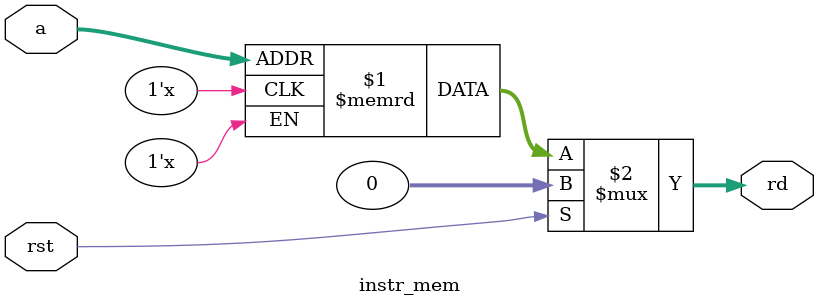
<source format=v>
`timescale 1ns / 1ps


module instr_mem(
input wire rst,
input wire [31:0] a,
output wire [31:0] rd
    );
    reg [31:0] register [1023:0];
    assign rd = (rst) ? 0 : register[a];
    
endmodule

</source>
